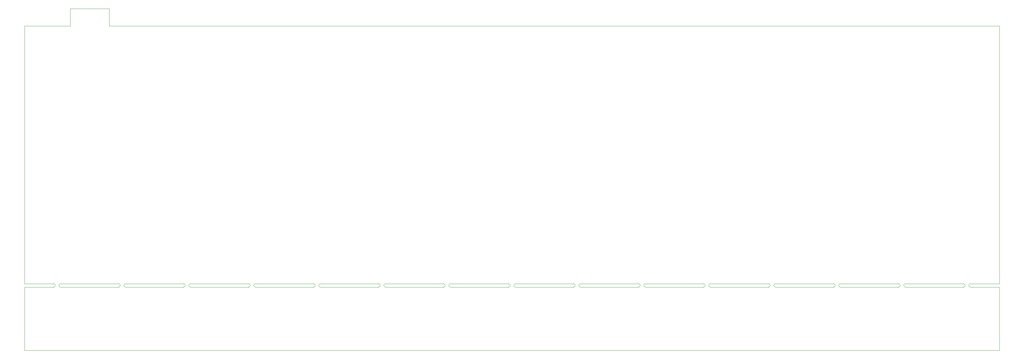
<source format=gm1>
G04 #@! TF.FileFunction,Profile,NP*
%FSLAX46Y46*%
G04 Gerber Fmt 4.6, Leading zero omitted, Abs format (unit mm)*
G04 Created by KiCad (PCBNEW 4.0.7) date 04/13/18 19:54:45*
%MOMM*%
%LPD*%
G01*
G04 APERTURE LIST*
%ADD10C,0.100000*%
G04 APERTURE END LIST*
D10*
X80010000Y-81280000D02*
X80010000Y-86360000D01*
X91440000Y-81280000D02*
X91440000Y-86360000D01*
X80010000Y-81280000D02*
X91440000Y-81280000D01*
X91440000Y-86360000D02*
X352425000Y-86360000D01*
X66675000Y-86360000D02*
X80010000Y-86360000D01*
X352425000Y-162052000D02*
X352425000Y-86360000D01*
X352425000Y-163068000D02*
X352425000Y-181610000D01*
X343916000Y-163068000D02*
X352425000Y-163068000D01*
X343916000Y-162052000D02*
X352425000Y-162052000D01*
X343408000Y-162560000D02*
G75*
G03X343916000Y-163068000I508000J0D01*
G01*
X343916000Y-162052000D02*
G75*
G03X343408000Y-162560000I0J-508000D01*
G01*
X341884000Y-163068000D02*
X324866000Y-163068000D01*
X324866000Y-162052000D02*
X341884000Y-162052000D01*
X324358000Y-162560000D02*
G75*
G03X324866000Y-163068000I508000J0D01*
G01*
X324866000Y-162052000D02*
G75*
G03X324358000Y-162560000I0J-508000D01*
G01*
X342392000Y-162560000D02*
G75*
G03X341884000Y-162052000I-508000J0D01*
G01*
X341884000Y-163068000D02*
G75*
G03X342392000Y-162560000I0J508000D01*
G01*
X322834000Y-163068000D02*
X305816000Y-163068000D01*
X305816000Y-162052000D02*
X322834000Y-162052000D01*
X305308000Y-162560000D02*
G75*
G03X305816000Y-163068000I508000J0D01*
G01*
X305816000Y-162052000D02*
G75*
G03X305308000Y-162560000I0J-508000D01*
G01*
X322834000Y-163068000D02*
G75*
G03X323342000Y-162560000I0J508000D01*
G01*
X323342000Y-162560000D02*
G75*
G03X322834000Y-162052000I-508000J0D01*
G01*
X303784000Y-163068000D02*
X286766000Y-163068000D01*
X286766000Y-162052000D02*
X303784000Y-162052000D01*
X286258000Y-162560000D02*
G75*
G03X286766000Y-163068000I508000J0D01*
G01*
X286766000Y-162052000D02*
G75*
G03X286258000Y-162560000I0J-508000D01*
G01*
X304292000Y-162560000D02*
G75*
G03X303784000Y-162052000I-508000J0D01*
G01*
X303784000Y-163068000D02*
G75*
G03X304292000Y-162560000I0J508000D01*
G01*
X267716000Y-163068000D02*
X284734000Y-163068000D01*
X284734000Y-162052000D02*
X267716000Y-162052000D01*
X285242000Y-162560000D02*
G75*
G03X284734000Y-162052000I-508000J0D01*
G01*
X284734000Y-163068000D02*
G75*
G03X285242000Y-162560000I0J508000D01*
G01*
X267208000Y-162560000D02*
G75*
G03X267716000Y-163068000I508000J0D01*
G01*
X267716000Y-162052000D02*
G75*
G03X267208000Y-162560000I0J-508000D01*
G01*
X265684000Y-163068000D02*
X248666000Y-163068000D01*
X248666000Y-162052000D02*
X265684000Y-162052000D01*
X248158000Y-162560000D02*
G75*
G03X248666000Y-163068000I508000J0D01*
G01*
X248666000Y-162052000D02*
G75*
G03X248158000Y-162560000I0J-508000D01*
G01*
X265684000Y-163068000D02*
G75*
G03X266192000Y-162560000I0J508000D01*
G01*
X266192000Y-162560000D02*
G75*
G03X265684000Y-162052000I-508000J0D01*
G01*
X246634000Y-163068000D02*
X229616000Y-163068000D01*
X229616000Y-162052000D02*
X246634000Y-162052000D01*
X229108000Y-162560000D02*
G75*
G03X229616000Y-163068000I508000J0D01*
G01*
X229616000Y-162052000D02*
G75*
G03X229108000Y-162560000I0J-508000D01*
G01*
X246634000Y-163068000D02*
G75*
G03X247142000Y-162560000I0J508000D01*
G01*
X247142000Y-162560000D02*
G75*
G03X246634000Y-162052000I-508000J0D01*
G01*
X227584000Y-163068000D02*
X210566000Y-163068000D01*
X210566000Y-162052000D02*
X227584000Y-162052000D01*
X210566000Y-162052000D02*
G75*
G03X210058000Y-162560000I0J-508000D01*
G01*
X210058000Y-162560000D02*
G75*
G03X210566000Y-163068000I508000J0D01*
G01*
X227584000Y-163068000D02*
G75*
G03X228092000Y-162560000I0J508000D01*
G01*
X228092000Y-162560000D02*
G75*
G03X227584000Y-162052000I-508000J0D01*
G01*
X208534000Y-163068000D02*
X191516000Y-163068000D01*
X191516000Y-162052000D02*
X208534000Y-162052000D01*
X191008000Y-162560000D02*
G75*
G03X191516000Y-163068000I508000J0D01*
G01*
X191516000Y-162052000D02*
G75*
G03X191008000Y-162560000I0J-508000D01*
G01*
X209042000Y-162560000D02*
G75*
G03X208534000Y-162052000I-508000J0D01*
G01*
X208534000Y-163068000D02*
G75*
G03X209042000Y-162560000I0J508000D01*
G01*
X172466000Y-163068000D02*
X189484000Y-163068000D01*
X189484000Y-162052000D02*
X172466000Y-162052000D01*
X189484000Y-163068000D02*
G75*
G03X189992000Y-162560000I0J508000D01*
G01*
X189992000Y-162560000D02*
G75*
G03X189484000Y-162052000I-508000J0D01*
G01*
X171958000Y-162560000D02*
G75*
G03X172466000Y-163068000I508000J0D01*
G01*
X172466000Y-162052000D02*
G75*
G03X171958000Y-162560000I0J-508000D01*
G01*
X170434000Y-163068000D02*
X153416000Y-163068000D01*
X153416000Y-162052000D02*
X170434000Y-162052000D01*
X152908000Y-162560000D02*
G75*
G03X153416000Y-163068000I508000J0D01*
G01*
X153416000Y-162052000D02*
G75*
G03X152908000Y-162560000I0J-508000D01*
G01*
X170942000Y-162560000D02*
G75*
G03X170434000Y-162052000I-508000J0D01*
G01*
X170434000Y-163068000D02*
G75*
G03X170942000Y-162560000I0J508000D01*
G01*
X151384000Y-163068000D02*
X134366000Y-163068000D01*
X134366000Y-162052000D02*
X151384000Y-162052000D01*
X133858000Y-162560000D02*
G75*
G03X134366000Y-163068000I508000J0D01*
G01*
X134366000Y-162052000D02*
G75*
G03X133858000Y-162560000I0J-508000D01*
G01*
X151892000Y-162560000D02*
G75*
G03X151384000Y-162052000I-508000J0D01*
G01*
X151384000Y-163068000D02*
G75*
G03X151892000Y-162560000I0J508000D01*
G01*
X115316000Y-163068000D02*
X132334000Y-163068000D01*
X132334000Y-162052000D02*
X115316000Y-162052000D01*
X132842000Y-162560000D02*
G75*
G03X132334000Y-162052000I-508000J0D01*
G01*
X132334000Y-163068000D02*
G75*
G03X132842000Y-162560000I0J508000D01*
G01*
X114808000Y-162560000D02*
G75*
G03X115316000Y-163068000I508000J0D01*
G01*
X115316000Y-162052000D02*
G75*
G03X114808000Y-162560000I0J-508000D01*
G01*
X96266000Y-163068000D02*
X113284000Y-163068000D01*
X113284000Y-162052000D02*
X96266000Y-162052000D01*
X113284000Y-163068000D02*
G75*
G03X113792000Y-162560000I0J508000D01*
G01*
X113792000Y-162560000D02*
G75*
G03X113284000Y-162052000I-508000J0D01*
G01*
X95758000Y-162560000D02*
G75*
G03X96266000Y-163068000I508000J0D01*
G01*
X96266000Y-162052000D02*
G75*
G03X95758000Y-162560000I0J-508000D01*
G01*
X77216000Y-163068000D02*
X94234000Y-163068000D01*
X94234000Y-162052000D02*
X77216000Y-162052000D01*
X94234000Y-163068000D02*
G75*
G03X94742000Y-162560000I0J508000D01*
G01*
X94742000Y-162560000D02*
G75*
G03X94234000Y-162052000I-508000J0D01*
G01*
X76708000Y-162560000D02*
G75*
G03X77216000Y-163068000I508000J0D01*
G01*
X77216000Y-162052000D02*
G75*
G03X76708000Y-162560000I0J-508000D01*
G01*
X75184000Y-163068000D02*
X66675000Y-163068000D01*
X66675000Y-162052000D02*
X75184000Y-162052000D01*
X75184000Y-163068000D02*
G75*
G03X75692000Y-162560000I0J508000D01*
G01*
X75692000Y-162560000D02*
G75*
G03X75184000Y-162052000I-508000J0D01*
G01*
X66675000Y-162052000D02*
X66675000Y-86360000D01*
X66675000Y-163068000D02*
X66675000Y-181610000D01*
X352425000Y-181610000D02*
X66675000Y-181610000D01*
M02*

</source>
